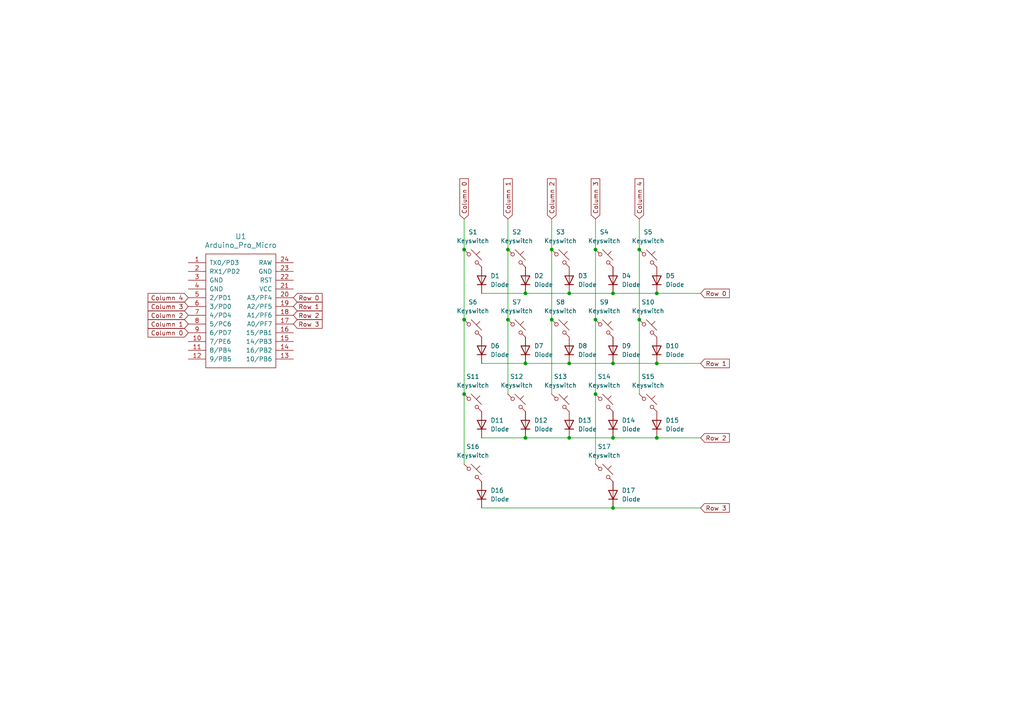
<source format=kicad_sch>
(kicad_sch (version 20250114) (generator "eeschema") (generator_version "9.0")
  (paper "A4")
  (lib_symbols
    (symbol "ScottoKeebs:MCU_Arduino_Pro_Micro" (pin_names (offset 1.016))
      (property "Reference" "U" (at 0 0 0))
      (property "Value" "Arduino_Pro_Micro" (at 0 -19.05 0))
      (symbol "MCU_Arduino_Pro_Micro_0_1"
        (rectangle (start -10.16 16.51) (end 10.16 -16.51))
      )
      (symbol "MCU_Arduino_Pro_Micro_1_1"
        (pin input line (at -15.24 13.97 0) (length 5.08) (name "TX0/PD3") (number "1"))
        (pin input line (at -15.24 11.43 0) (length 5.08) (name "RX1/PD2") (number "2"))
        (pin input line (at -15.24 8.89 0) (length 5.08) (name "GND") (number "3"))
        (pin input line (at -15.24 6.35 0) (length 5.08) (name "GND") (number "4"))
        (pin input line (at -15.24 3.81 0) (length 5.08) (name "2/PD1") (number "5"))
        (pin input line (at -15.24 1.27 0) (length 5.08) (name "3/PD0") (number "6"))
        (pin input line (at -15.24 -1.27 0) (length 5.08) (name "4/PD4") (number "7"))
        (pin input line (at -15.24 -3.81 0) (length 5.08) (name "5/PC6") (number "8"))
        (pin input line (at -15.24 -6.35 0) (length 5.08) (name "6/PD7") (number "9"))
        (pin input line (at -15.24 -8.89 0) (length 5.08) (name "7/PE6") (number "10"))
        (pin input line (at -15.24 -11.43 0) (length 5.08) (name "8/PB4") (number "11"))
        (pin input line (at -15.24 -13.97 0) (length 5.08) (name "9/PB5") (number "12"))
        (pin input line (at 15.24 13.97 180) (length 5.08) (name "RAW") (number "24"))
        (pin input line (at 15.24 11.43 180) (length 5.08) (name "GND") (number "23"))
        (pin input line (at 15.24 8.89 180) (length 5.08) (name "RST") (number "22"))
        (pin input line (at 15.24 6.35 180) (length 5.08) (name "VCC") (number "21"))
        (pin input line (at 15.24 3.81 180) (length 5.08) (name "A3/PF4") (number "20"))
        (pin input line (at 15.24 1.27 180) (length 5.08) (name "A2/PF5") (number "19"))
        (pin input line (at 15.24 -1.27 180) (length 5.08) (name "A1/PF6") (number "18"))
        (pin input line (at 15.24 -3.81 180) (length 5.08) (name "A0/PF7") (number "17"))
        (pin input line (at 15.24 -6.35 180) (length 5.08) (name "15/PB1") (number "16"))
        (pin input line (at 15.24 -8.89 180) (length 5.08) (name "14/PB3") (number "15"))
        (pin input line (at 15.24 -11.43 180) (length 5.08) (name "16/PB2") (number "14"))
        (pin input line (at 15.24 -13.97 180) (length 5.08) (name "10/PB6") (number "13"))
      )
    )
    (symbol "ScottoKeebs:Placeholder_Diode" (pin_numbers (hide yes)) (pin_names (hide yes))
      (property "Reference" "D" (at 0 2.54 0))
      (property "Value" "Diode" (at 0 -2.54 0))
      (symbol "Placeholder_Diode_0_1"
        (polyline (pts (xy -1.27 1.27) (xy -1.27 -1.27)) (stroke (width 0.254)))
        (polyline (pts (xy 1.27 1.27) (xy 1.27 -1.27) (xy -1.27 0) (xy 1.27 1.27)) (stroke (width 0.254)))
        (polyline (pts (xy 1.27 0) (xy -1.27 0)))
      )
      (symbol "Placeholder_Diode_1_1"
        (pin passive line (at -3.81 0 0) (length 2.54) (name "K") (number "1"))
        (pin passive line (at 3.81 0 180) (length 2.54) (name "A") (number "2"))
      )
    )
    (symbol "ScottoKeebs:Placeholder_Keyswitch" (pin_numbers (hide yes)) (pin_names (offset 1.016) (hide yes))
      (property "Reference" "S" (at 3.048 1.016 0))
      (property "Value" "Keyswitch" (at 0 -3.81 0))
      (symbol "Placeholder_Keyswitch_0_1"
        (polyline (pts (xy -2.54 2.54) (xy -1.524 1.524) (xy -1.524 1.524)))
        (circle (center -1.1684 1.1684) (radius 0.508))
        (polyline (pts (xy -0.508 2.54) (xy 2.54 -0.508)))
        (polyline (pts (xy 1.016 1.016) (xy 2.032 2.032)))
        (circle (center 1.143 -1.1938) (radius 0.508))
        (polyline (pts (xy 1.524 -1.524) (xy 2.54 -2.54) (xy 2.54 -2.54) (xy 2.54 -2.54)))
        (pin passive line (at -2.54 2.54 0) (length 0) (name "1") (number "1"))
        (pin passive line (at 2.54 -2.54 180) (length 0) (name "2") (number "2"))
      )
    )
  )
  (junction (at 134.62 92.71))
  (junction (at 134.62 114.3))
  (junction (at 160.02 92.71))
  (junction (at 165.1 127))
  (junction (at 152.4 127))
  (junction (at 165.1 85.09))
  (junction (at 147.32 92.71))
  (junction (at 190.5 105.41))
  (junction (at 177.8 105.41))
  (junction (at 177.8 147.32))
  (junction (at 160.02 72.39))
  (junction (at 185.42 92.71))
  (junction (at 177.8 127))
  (junction (at 172.72 72.39))
  (junction (at 134.62 72.39))
  (junction (at 185.42 72.39))
  (junction (at 147.32 72.39))
  (junction (at 190.5 85.09))
  (junction (at 177.8 85.09))
  (junction (at 152.4 105.41))
  (junction (at 152.4 85.09))
  (junction (at 172.72 114.3))
  (junction (at 165.1 105.41))
  (junction (at 190.5 127))
  (junction (at 172.72 92.71))
  (wire (pts (xy 139.7 105.41) (xy 152.4 105.41)))
  (wire (pts (xy 177.8 105.41) (xy 190.5 105.41)))
  (wire (pts (xy 177.8 147.32) (xy 203.2 147.32)))
  (wire (pts (xy 139.7 85.09) (xy 152.4 85.09)))
  (wire (pts (xy 165.1 85.09) (xy 177.8 85.09)))
  (wire (pts (xy 185.42 63.5) (xy 185.42 72.39)))
  (wire (pts (xy 160.02 63.5) (xy 160.02 72.39)))
  (wire (pts (xy 152.4 85.09) (xy 165.1 85.09)))
  (wire (pts (xy 172.72 72.39) (xy 172.72 92.71)))
  (wire (pts (xy 172.72 114.3) (xy 172.72 134.62)))
  (wire (pts (xy 185.42 92.71) (xy 185.42 114.3)))
  (wire (pts (xy 172.72 92.71) (xy 172.72 114.3)))
  (wire (pts (xy 139.7 147.32) (xy 177.8 147.32)))
  (wire (pts (xy 203.2 105.41) (xy 190.5 105.41)))
  (wire (pts (xy 160.02 92.71) (xy 160.02 114.3)))
  (wire (pts (xy 147.32 72.39) (xy 147.32 92.71)))
  (wire (pts (xy 134.62 92.71) (xy 134.62 114.3)))
  (wire (pts (xy 203.2 85.09) (xy 190.5 85.09)))
  (wire (pts (xy 147.32 92.71) (xy 147.32 114.3)))
  (wire (pts (xy 172.72 63.5) (xy 172.72 72.39)))
  (wire (pts (xy 152.4 105.41) (xy 165.1 105.41)))
  (wire (pts (xy 203.2 127) (xy 190.5 127)))
  (wire (pts (xy 147.32 63.5) (xy 147.32 72.39)))
  (wire (pts (xy 185.42 72.39) (xy 185.42 92.71)))
  (wire (pts (xy 165.1 127) (xy 177.8 127)))
  (wire (pts (xy 177.8 85.09) (xy 190.5 85.09)))
  (wire (pts (xy 134.62 72.39) (xy 134.62 92.71)))
  (wire (pts (xy 134.62 114.3) (xy 134.62 134.62)))
  (wire (pts (xy 152.4 127) (xy 165.1 127)))
  (wire (pts (xy 177.8 127) (xy 190.5 127)))
  (wire (pts (xy 160.02 72.39) (xy 160.02 92.71)))
  (wire (pts (xy 134.62 63.5) (xy 134.62 72.39)))
  (wire (pts (xy 165.1 105.41) (xy 177.8 105.41)))
  (wire (pts (xy 139.7 127) (xy 152.4 127)))
  (global_label "Row 2" (shape input) (at 85.09 91.44 0) (property "Intersheetrefs" "${INTERSHEET_REFS}" (effects (hide yes))))
  (global_label "Column 1" (shape input) (at 147.32 63.5 90) (property "Intersheetrefs" "${INTERSHEET_REFS}" (effects (hide yes))))
  (global_label "Column 3" (shape input) (at 54.61 88.9 180) (property "Intersheetrefs" "${INTERSHEET_REFS}" (effects (hide yes))))
  (global_label "Column 3" (shape input) (at 172.72 63.5 90) (property "Intersheetrefs" "${INTERSHEET_REFS}" (effects (hide yes))))
  (global_label "Row 0" (shape input) (at 85.09 86.36 0) (property "Intersheetrefs" "${INTERSHEET_REFS}" (effects (hide yes))))
  (global_label "Row 3" (shape input) (at 203.2 147.32 0) (property "Intersheetrefs" "${INTERSHEET_REFS}" (effects (hide yes))))
  (global_label "Column 2" (shape input) (at 54.61 91.44 180) (property "Intersheetrefs" "${INTERSHEET_REFS}" (effects (hide yes))))
  (global_label "Row 1" (shape input) (at 85.09 88.9 0) (property "Intersheetrefs" "${INTERSHEET_REFS}" (effects (hide yes))))
  (global_label "Row 0" (shape input) (at 203.2 85.09 0) (property "Intersheetrefs" "${INTERSHEET_REFS}" (effects (hide yes))))
  (global_label "Row 1" (shape input) (at 203.2 105.41 0) (property "Intersheetrefs" "${INTERSHEET_REFS}" (effects (hide yes))))
  (global_label "Row 2" (shape input) (at 203.2 127 0) (property "Intersheetrefs" "${INTERSHEET_REFS}" (effects (hide yes))))
  (global_label "Row 3" (shape input) (at 85.09 93.98 0) (property "Intersheetrefs" "${INTERSHEET_REFS}" (effects (hide yes))))
  (global_label "Column 2" (shape input) (at 160.02 63.5 90) (property "Intersheetrefs" "${INTERSHEET_REFS}" (effects (hide yes))))
  (global_label "Column 4" (shape input) (at 185.42 63.5 90) (property "Intersheetrefs" "${INTERSHEET_REFS}" (effects (hide yes))))
  (global_label "Column 1" (shape input) (at 54.61 93.98 180) (property "Intersheetrefs" "${INTERSHEET_REFS}" (effects (hide yes))))
  (global_label "Column 0" (shape input) (at 54.61 96.52 180) (property "Intersheetrefs" "${INTERSHEET_REFS}" (effects (hide yes))))
  (global_label "Column 4" (shape input) (at 54.61 86.36 180) (property "Intersheetrefs" "${INTERSHEET_REFS}" (effects (hide yes))))
  (global_label "Column 0" (shape input) (at 134.62 63.5 90) (property "Intersheetrefs" "${INTERSHEET_REFS}" (effects (hide yes))))
  (symbol (lib_id "ScottoKeebs:Placeholder_Keyswitch") (at 175.26 116.84 0) (unit 1)
    (property "Reference" "S14" (at 175.26 109.22 0))
    (property "Value" "Keyswitch" (at 175.26 111.76 0))
    (property "Footprint" "ScottoKeebs_MX:MX_PCB_1.00u" (effects (hide yes)))
    (property "Description" "Push button switch, normally open, two pins, 45° tilted" (effects (hide yes)))
  )
  (symbol (lib_id "ScottoKeebs:Placeholder_Diode") (at 177.8 123.19 90) (unit 1)
    (property "Reference" "D14" (at 180.34 121.9199 90) (effects (justify right)))
    (property "Value" "Diode" (at 180.34 124.4599 90) (effects (justify right)))
    (property "Footprint" "ScottoKeebs_Components:Diode_DO-35" (effects (hide yes)))
    (property "Description" "1N4148 (DO-35) or 1N4148W (SOD-123)" (effects (hide yes)))
    (property "Sim.Device" "D" (effects (hide yes)))
    (property "Sim.Pins" "1=K 2=A" (effects (hide yes)))
  )
  (symbol (lib_id "ScottoKeebs:Placeholder_Diode") (at 177.8 143.51 90) (unit 1)
    (property "Reference" "D17" (at 180.34 142.2399 90) (effects (justify right)))
    (property "Value" "Diode" (at 180.34 144.7799 90) (effects (justify right)))
    (property "Footprint" "ScottoKeebs_Components:Diode_DO-35" (effects (hide yes)))
    (property "Description" "1N4148 (DO-35) or 1N4148W (SOD-123)" (effects (hide yes)))
    (property "Sim.Device" "D" (effects (hide yes)))
    (property "Sim.Pins" "1=K 2=A" (effects (hide yes)))
  )
  (symbol (lib_id "ScottoKeebs:Placeholder_Keyswitch") (at 137.16 95.25 0) (unit 1)
    (property "Reference" "S6" (at 137.16 87.63 0))
    (property "Value" "Keyswitch" (at 137.16 90.17 0))
    (property "Footprint" "ScottoKeebs_MX:MX_PCB_1.00u" (effects (hide yes)))
    (property "Description" "Push button switch, normally open, two pins, 45° tilted" (effects (hide yes)))
  )
  (symbol (lib_id "ScottoKeebs:Placeholder_Keyswitch") (at 175.26 95.25 0) (unit 1)
    (property "Reference" "S9" (at 175.26 87.63 0))
    (property "Value" "Keyswitch" (at 175.26 90.17 0))
    (property "Footprint" "ScottoKeebs_MX:MX_PCB_1.00u" (effects (hide yes)))
    (property "Description" "Push button switch, normally open, two pins, 45° tilted" (effects (hide yes)))
  )
  (symbol (lib_id "ScottoKeebs:Placeholder_Keyswitch") (at 149.86 116.84 0) (unit 1)
    (property "Reference" "S12" (at 149.86 109.22 0))
    (property "Value" "Keyswitch" (at 149.86 111.76 0))
    (property "Footprint" "ScottoKeebs_MX:MX_PCB_1.00u" (effects (hide yes)))
    (property "Description" "Push button switch, normally open, two pins, 45° tilted" (effects (hide yes)))
  )
  (symbol (lib_id "ScottoKeebs:Placeholder_Diode") (at 165.1 123.19 90) (unit 1)
    (property "Reference" "D13" (at 167.64 121.9199 90) (effects (justify right)))
    (property "Value" "Diode" (at 167.64 124.4599 90) (effects (justify right)))
    (property "Footprint" "ScottoKeebs_Components:Diode_DO-35" (effects (hide yes)))
    (property "Description" "1N4148 (DO-35) or 1N4148W (SOD-123)" (effects (hide yes)))
    (property "Sim.Device" "D" (effects (hide yes)))
    (property "Sim.Pins" "1=K 2=A" (effects (hide yes)))
  )
  (symbol (lib_id "ScottoKeebs:Placeholder_Diode") (at 139.7 81.28 90) (unit 1)
    (property "Reference" "D1" (at 142.24 80.0099 90) (effects (justify right)))
    (property "Value" "Diode" (at 142.24 82.5499 90) (effects (justify right)))
    (property "Footprint" "ScottoKeebs_Components:Diode_DO-35" (effects (hide yes)))
    (property "Description" "1N4148 (DO-35) or 1N4148W (SOD-123)" (effects (hide yes)))
    (property "Sim.Device" "D" (effects (hide yes)))
    (property "Sim.Pins" "1=K 2=A" (effects (hide yes)))
  )
  (symbol (lib_id "ScottoKeebs:Placeholder_Keyswitch") (at 162.56 116.84 0) (unit 1)
    (property "Reference" "S13" (at 162.56 109.22 0))
    (property "Value" "Keyswitch" (at 162.56 111.76 0))
    (property "Footprint" "ScottoKeebs_MX:MX_PCB_1.00u" (effects (hide yes)))
    (property "Description" "Push button switch, normally open, two pins, 45° tilted" (effects (hide yes)))
  )
  (symbol (lib_id "ScottoKeebs:Placeholder_Keyswitch") (at 187.96 116.84 0) (unit 1)
    (property "Reference" "S15" (at 187.96 109.22 0))
    (property "Value" "Keyswitch" (at 187.96 111.76 0))
    (property "Footprint" "ScottoKeebs_MX:MX_PCB_1.00u" (effects (hide yes)))
    (property "Description" "Push button switch, normally open, two pins, 45° tilted" (effects (hide yes)))
  )
  (symbol (lib_id "ScottoKeebs:Placeholder_Diode") (at 190.5 101.6 90) (unit 1)
    (property "Reference" "D10" (at 193.04 100.3299 90) (effects (justify right)))
    (property "Value" "Diode" (at 193.04 102.8699 90) (effects (justify right)))
    (property "Footprint" "ScottoKeebs_Components:Diode_DO-35" (effects (hide yes)))
    (property "Description" "1N4148 (DO-35) or 1N4148W (SOD-123)" (effects (hide yes)))
    (property "Sim.Device" "D" (effects (hide yes)))
    (property "Sim.Pins" "1=K 2=A" (effects (hide yes)))
  )
  (symbol (lib_id "ScottoKeebs:Placeholder_Keyswitch") (at 162.56 95.25 0) (unit 1)
    (property "Reference" "S8" (at 162.56 87.63 0))
    (property "Value" "Keyswitch" (at 162.56 90.17 0))
    (property "Footprint" "ScottoKeebs_MX:MX_PCB_1.00u" (effects (hide yes)))
    (property "Description" "Push button switch, normally open, two pins, 45° tilted" (effects (hide yes)))
  )
  (symbol (lib_id "ScottoKeebs:Placeholder_Keyswitch") (at 137.16 137.16 0) (unit 1)
    (property "Reference" "S16" (at 137.16 129.54 0))
    (property "Value" "Keyswitch" (at 137.16 132.08 0))
    (property "Footprint" "ScottoKeebs_MX:MX_PCB_1.00u" (effects (hide yes)))
    (property "Description" "Push button switch, normally open, two pins, 45° tilted" (effects (hide yes)))
  )
  (symbol (lib_id "ScottoKeebs:MCU_Arduino_Pro_Micro") (at 69.85 90.17 0) (unit 1)
    (property "Reference" "U1" (at 69.85 68.58 0) (effects (font (size 1.524 1.524))))
    (property "Value" "Arduino_Pro_Micro" (at 69.85 71.12 0) (effects (font (size 1.524 1.524))))
    (property "Footprint" "ScottoKeebs_MCU:Arduino_Pro_Micro" (effects (hide yes)))
  )
  (symbol (lib_id "ScottoKeebs:Placeholder_Diode") (at 177.8 101.6 90) (unit 1)
    (property "Reference" "D9" (at 180.34 100.3299 90) (effects (justify right)))
    (property "Value" "Diode" (at 180.34 102.8699 90) (effects (justify right)))
    (property "Footprint" "ScottoKeebs_Components:Diode_DO-35" (effects (hide yes)))
    (property "Description" "1N4148 (DO-35) or 1N4148W (SOD-123)" (effects (hide yes)))
    (property "Sim.Device" "D" (effects (hide yes)))
    (property "Sim.Pins" "1=K 2=A" (effects (hide yes)))
  )
  (symbol (lib_id "ScottoKeebs:Placeholder_Keyswitch") (at 149.86 74.93 0) (unit 1)
    (property "Reference" "S2" (at 149.86 67.31 0))
    (property "Value" "Keyswitch" (at 149.86 69.85 0))
    (property "Footprint" "ScottoKeebs_MX:MX_PCB_1.00u" (effects (hide yes)))
    (property "Description" "Push button switch, normally open, two pins, 45° tilted" (effects (hide yes)))
  )
  (symbol (lib_id "ScottoKeebs:Placeholder_Diode") (at 152.4 81.28 90) (unit 1)
    (property "Reference" "D2" (at 154.94 80.0099 90) (effects (justify right)))
    (property "Value" "Diode" (at 154.94 82.5499 90) (effects (justify right)))
    (property "Footprint" "ScottoKeebs_Components:Diode_DO-35" (effects (hide yes)))
    (property "Description" "1N4148 (DO-35) or 1N4148W (SOD-123)" (effects (hide yes)))
    (property "Sim.Device" "D" (effects (hide yes)))
    (property "Sim.Pins" "1=K 2=A" (effects (hide yes)))
  )
  (symbol (lib_id "ScottoKeebs:Placeholder_Keyswitch") (at 137.16 116.84 0) (unit 1)
    (property "Reference" "S11" (at 137.16 109.22 0))
    (property "Value" "Keyswitch" (at 137.16 111.76 0))
    (property "Footprint" "ScottoKeebs_MX:MX_PCB_1.00u" (effects (hide yes)))
    (property "Description" "Push button switch, normally open, two pins, 45° tilted" (effects (hide yes)))
  )
  (symbol (lib_id "ScottoKeebs:Placeholder_Diode") (at 139.7 123.19 90) (unit 1)
    (property "Reference" "D11" (at 142.24 121.9199 90) (effects (justify right)))
    (property "Value" "Diode" (at 142.24 124.4599 90) (effects (justify right)))
    (property "Footprint" "ScottoKeebs_Components:Diode_DO-35" (effects (hide yes)))
    (property "Description" "1N4148 (DO-35) or 1N4148W (SOD-123)" (effects (hide yes)))
    (property "Sim.Device" "D" (effects (hide yes)))
    (property "Sim.Pins" "1=K 2=A" (effects (hide yes)))
  )
  (symbol (lib_id "ScottoKeebs:Placeholder_Keyswitch") (at 175.26 137.16 0) (unit 1)
    (property "Reference" "S17" (at 175.26 129.54 0))
    (property "Value" "Keyswitch" (at 175.26 132.08 0))
    (property "Footprint" "ScottoKeebs_MX:MX_PCB_1.00u" (effects (hide yes)))
    (property "Description" "Push button switch, normally open, two pins, 45° tilted" (effects (hide yes)))
  )
  (symbol (lib_id "ScottoKeebs:Placeholder_Diode") (at 152.4 123.19 90) (unit 1)
    (property "Reference" "D12" (at 154.94 121.9199 90) (effects (justify right)))
    (property "Value" "Diode" (at 154.94 124.4599 90) (effects (justify right)))
    (property "Footprint" "ScottoKeebs_Components:Diode_DO-35" (effects (hide yes)))
    (property "Description" "1N4148 (DO-35) or 1N4148W (SOD-123)" (effects (hide yes)))
    (property "Sim.Device" "D" (effects (hide yes)))
    (property "Sim.Pins" "1=K 2=A" (effects (hide yes)))
  )
  (symbol (lib_id "ScottoKeebs:Placeholder_Diode") (at 190.5 81.28 90) (unit 1)
    (property "Reference" "D5" (at 193.04 80.0099 90) (effects (justify right)))
    (property "Value" "Diode" (at 193.04 82.5499 90) (effects (justify right)))
    (property "Footprint" "ScottoKeebs_Components:Diode_DO-35" (effects (hide yes)))
    (property "Description" "1N4148 (DO-35) or 1N4148W (SOD-123)" (effects (hide yes)))
    (property "Sim.Device" "D" (effects (hide yes)))
    (property "Sim.Pins" "1=K 2=A" (effects (hide yes)))
  )
  (symbol (lib_id "ScottoKeebs:Placeholder_Diode") (at 190.5 123.19 90) (unit 1)
    (property "Reference" "D15" (at 193.04 121.9199 90) (effects (justify right)))
    (property "Value" "Diode" (at 193.04 124.4599 90) (effects (justify right)))
    (property "Footprint" "ScottoKeebs_Components:Diode_DO-35" (effects (hide yes)))
    (property "Description" "1N4148 (DO-35) or 1N4148W (SOD-123)" (effects (hide yes)))
    (property "Sim.Device" "D" (effects (hide yes)))
    (property "Sim.Pins" "1=K 2=A" (effects (hide yes)))
  )
  (symbol (lib_id "ScottoKeebs:Placeholder_Diode") (at 139.7 101.6 90) (unit 1)
    (property "Reference" "D6" (at 142.24 100.3299 90) (effects (justify right)))
    (property "Value" "Diode" (at 142.24 102.8699 90) (effects (justify right)))
    (property "Footprint" "ScottoKeebs_Components:Diode_DO-35" (effects (hide yes)))
    (property "Description" "1N4148 (DO-35) or 1N4148W (SOD-123)" (effects (hide yes)))
    (property "Sim.Device" "D" (effects (hide yes)))
    (property "Sim.Pins" "1=K 2=A" (effects (hide yes)))
  )
  (symbol (lib_id "ScottoKeebs:Placeholder_Diode") (at 152.4 101.6 90) (unit 1)
    (property "Reference" "D7" (at 154.94 100.3299 90) (effects (justify right)))
    (property "Value" "Diode" (at 154.94 102.8699 90) (effects (justify right)))
    (property "Footprint" "ScottoKeebs_Components:Diode_DO-35" (effects (hide yes)))
    (property "Description" "1N4148 (DO-35) or 1N4148W (SOD-123)" (effects (hide yes)))
    (property "Sim.Device" "D" (effects (hide yes)))
    (property "Sim.Pins" "1=K 2=A" (effects (hide yes)))
  )
  (symbol (lib_id "ScottoKeebs:Placeholder_Diode") (at 177.8 81.28 90) (unit 1)
    (property "Reference" "D4" (at 180.34 80.0099 90) (effects (justify right)))
    (property "Value" "Diode" (at 180.34 82.5499 90) (effects (justify right)))
    (property "Footprint" "ScottoKeebs_Components:Diode_DO-35" (effects (hide yes)))
    (property "Description" "1N4148 (DO-35) or 1N4148W (SOD-123)" (effects (hide yes)))
    (property "Sim.Device" "D" (effects (hide yes)))
    (property "Sim.Pins" "1=K 2=A" (effects (hide yes)))
  )
  (symbol (lib_id "ScottoKeebs:Placeholder_Diode") (at 139.7 143.51 90) (unit 1)
    (property "Reference" "D16" (at 142.24 142.2399 90) (effects (justify right)))
    (property "Value" "Diode" (at 142.24 144.7799 90) (effects (justify right)))
    (property "Footprint" "ScottoKeebs_Components:Diode_DO-35" (effects (hide yes)))
    (property "Description" "1N4148 (DO-35) or 1N4148W (SOD-123)" (effects (hide yes)))
    (property "Sim.Device" "D" (effects (hide yes)))
    (property "Sim.Pins" "1=K 2=A" (effects (hide yes)))
  )
  (symbol (lib_id "ScottoKeebs:Placeholder_Diode") (at 165.1 81.28 90) (unit 1)
    (property "Reference" "D3" (at 167.64 80.0099 90) (effects (justify right)))
    (property "Value" "Diode" (at 167.64 82.5499 90) (effects (justify right)))
    (property "Footprint" "ScottoKeebs_Components:Diode_DO-35" (effects (hide yes)))
    (property "Description" "1N4148 (DO-35) or 1N4148W (SOD-123)" (effects (hide yes)))
    (property "Sim.Device" "D" (effects (hide yes)))
    (property "Sim.Pins" "1=K 2=A" (effects (hide yes)))
  )
  (symbol (lib_id "ScottoKeebs:Placeholder_Keyswitch") (at 137.16 74.93 0) (unit 1)
    (property "Reference" "S1" (at 137.16 67.31 0))
    (property "Value" "Keyswitch" (at 137.16 69.85 0))
    (property "Footprint" "ScottoKeebs_MX:MX_PCB_1.00u" (effects (hide yes)))
    (property "Description" "Push button switch, normally open, two pins, 45° tilted" (effects (hide yes)))
  )
  (symbol (lib_id "ScottoKeebs:Placeholder_Keyswitch") (at 149.86 95.25 0) (unit 1)
    (property "Reference" "S7" (at 149.86 87.63 0))
    (property "Value" "Keyswitch" (at 149.86 90.17 0))
    (property "Footprint" "ScottoKeebs_MX:MX_PCB_1.00u" (effects (hide yes)))
    (property "Description" "Push button switch, normally open, two pins, 45° tilted" (effects (hide yes)))
  )
  (symbol (lib_id "ScottoKeebs:Placeholder_Keyswitch") (at 175.26 74.93 0) (unit 1)
    (property "Reference" "S4" (at 175.26 67.31 0))
    (property "Value" "Keyswitch" (at 175.26 69.85 0))
    (property "Footprint" "ScottoKeebs_MX:MX_PCB_1.00u" (effects (hide yes)))
    (property "Description" "Push button switch, normally open, two pins, 45° tilted" (effects (hide yes)))
  )
  (symbol (lib_id "ScottoKeebs:Placeholder_Keyswitch") (at 162.56 74.93 0) (unit 1)
    (property "Reference" "S3" (at 162.56 67.31 0))
    (property "Value" "Keyswitch" (at 162.56 69.85 0))
    (property "Footprint" "ScottoKeebs_MX:MX_PCB_1.00u" (effects (hide yes)))
    (property "Description" "Push button switch, normally open, two pins, 45° tilted" (effects (hide yes)))
  )
  (symbol (lib_id "ScottoKeebs:Placeholder_Diode") (at 165.1 101.6 90) (unit 1)
    (property "Reference" "D8" (at 167.64 100.3299 90) (effects (justify right)))
    (property "Value" "Diode" (at 167.64 102.8699 90) (effects (justify right)))
    (property "Footprint" "ScottoKeebs_Components:Diode_DO-35" (effects (hide yes)))
    (property "Description" "1N4148 (DO-35) or 1N4148W (SOD-123)" (effects (hide yes)))
    (property "Sim.Device" "D" (effects (hide yes)))
    (property "Sim.Pins" "1=K 2=A" (effects (hide yes)))
  )
  (symbol (lib_id "ScottoKeebs:Placeholder_Keyswitch") (at 187.96 74.93 0) (unit 1)
    (property "Reference" "S5" (at 187.96 67.31 0))
    (property "Value" "Keyswitch" (at 187.96 69.85 0))
    (property "Footprint" "ScottoKeebs_MX:MX_PCB_1.00u" (effects (hide yes)))
    (property "Description" "Push button switch, normally open, two pins, 45° tilted" (effects (hide yes)))
  )
  (symbol (lib_id "ScottoKeebs:Placeholder_Keyswitch") (at 187.96 95.25 0) (unit 1)
    (property "Reference" "S10" (at 187.96 87.63 0))
    (property "Value" "Keyswitch" (at 187.96 90.17 0))
    (property "Footprint" "ScottoKeebs_MX:MX_PCB_1.00u" (effects (hide yes)))
    (property "Description" "Push button switch, normally open, two pins, 45° tilted" (effects (hide yes)))
  )
)
</source>
